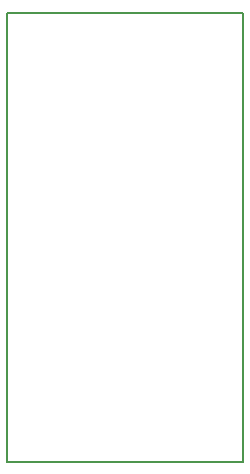
<source format=gbr>
G04 #@! TF.GenerationSoftware,KiCad,Pcbnew,(5.1.2)-2*
G04 #@! TF.CreationDate,2019-11-11T20:09:09+01:00*
G04 #@! TF.ProjectId,MCP25625_Breakoutboard,4d435032-3536-4323-955f-427265616b6f,rev?*
G04 #@! TF.SameCoordinates,Original*
G04 #@! TF.FileFunction,Profile,NP*
%FSLAX46Y46*%
G04 Gerber Fmt 4.6, Leading zero omitted, Abs format (unit mm)*
G04 Created by KiCad (PCBNEW (5.1.2)-2) date 2019-11-11 20:09:09*
%MOMM*%
%LPD*%
G04 APERTURE LIST*
%ADD10C,0.200000*%
G04 APERTURE END LIST*
D10*
X135000000Y-116000000D02*
X135000000Y-78000000D01*
X135000000Y-116000000D02*
X155000000Y-116000000D01*
X155000000Y-78000000D02*
X155000000Y-116000000D01*
X135000000Y-78000000D02*
X155000000Y-78000000D01*
M02*

</source>
